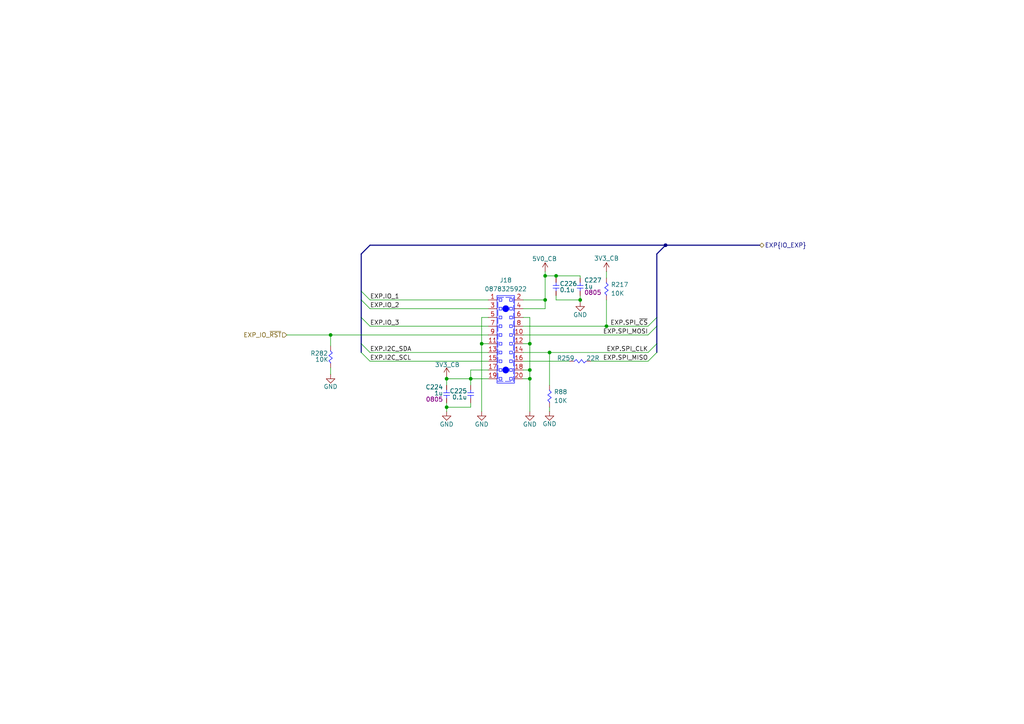
<source format=kicad_sch>
(kicad_sch (version 20250114) (generator "eeschema") (generator_version "9.0")
  (paper "A4")
  (title_block (title "RPI CMx Carrier") (date "2025-12-07") (rev "2.00-0A") (comment 1 "Jean-Francois Bilodeau") (comment 2 "P.Eng #6022173") (comment 3 "203-1690 Rue des quatre-saisons") (comment 4 "Sherbrooke, Canada, J1E0N2") (comment 5 "KiCad Rev 9.0") (comment 6 "Jean-Francois Bilodeau") (comment 7 "Not applicable") (comment 8 "Preliminary") (comment 9 "RPI_CMx_Carrier_2.00-0A_BOM"))
  (lib_symbols
    (symbol "KiCad_Pwr_Symbols:+3V3" (power) (pin_numbers (hide yes)) (pin_names (offset 0) (hide yes))
      (property "Value" "+3V3" (at 0 3.556 0))
      (symbol "+3V3_0_1"
        (polyline (pts (xy -0.762 1.27) (xy 0 2.54)))
        (polyline (pts (xy 0 2.54) (xy 0.762 1.27)))
        (polyline (pts (xy 0 0) (xy 0 2.54)))
      )
      (symbol "+3V3_1_1"
        (pin power_in line (at 0 0 90) (length 0) (name "~") (number "1"))
      )
    )
    (symbol "KiCad_Pwr_Symbols:GND" (power) (pin_numbers (hide yes)) (pin_names (offset 0) (hide yes))
      (property "Value" "GND" (at 0 -3.81 0))
      (symbol "GND_0_1"
        (polyline (pts (xy 0 0) (xy 0 -1.27) (xy 1.27 -1.27) (xy 0 -2.54) (xy -1.27 -1.27) (xy 0 -1.27)))
      )
      (symbol "GND_1_1"
        (pin power_in line (at 0 0 270) (length 0) (name "~") (number "1"))
      )
    )
    (symbol "KicadCompDb:Capacitors/CAP_CER_SMT_00001" (pin_numbers (hide yes)) (pin_names (offset 0) (hide yes))
      (property "Reference" "C" (at 2.54 1.651 0))
      (property "Value" "0.1u" (at 1.524 -1.524 0))
      (symbol "Capacitors/CAP_CER_SMT_00001_1_1"
        (polyline (pts (xy 2.159 0.889) (xy 2.159 -0.889)) (stroke (width 0) (color 0 0 255 1)))
        (polyline (pts (xy 2.159 0) (xy 1.27 0)) (stroke (width 0) (color 0 0 255 1)))
        (polyline (pts (xy 2.921 0.889) (xy 2.921 -0.889)) (stroke (width 0) (color 0 0 255 1)))
        (polyline (pts (xy 3.81 0) (xy 2.921 0)) (stroke (width 0) (color 0 0 255 1)))
        (pin passive line (at 0 0 0) (length 1.27) (name "") (number "1"))
        (pin passive line (at 5.08 0 180) (length 1.27) (name "") (number "2"))
      )
    )
    (symbol "KicadCompDb:Capacitors/CAP_CER_SMT_00002" (pin_numbers (hide yes)) (pin_names (offset 0) (hide yes))
      (property "Reference" "C" (at 2.54 1.651 0))
      (property "Value" "1u" (at 1.524 -1.524 0))
      (property "Package" "0805" (at 0 -16.256 0))
      (property "Voltage Rating" "50V" (at 0 0 0))
      (symbol "Capacitors/CAP_CER_SMT_00002_1_1"
        (polyline (pts (xy 2.159 0.889) (xy 2.159 -0.889)) (stroke (width 0) (color 0 0 255 1)))
        (polyline (pts (xy 2.159 0) (xy 1.27 0)) (stroke (width 0) (color 0 0 255 1)))
        (polyline (pts (xy 2.921 0.889) (xy 2.921 -0.889)) (stroke (width 0) (color 0 0 255 1)))
        (polyline (pts (xy 3.81 0) (xy 2.921 0)) (stroke (width 0) (color 0 0 255 1)))
        (pin passive line (at 0 0 0) (length 1.27) (name "") (number "1"))
        (pin passive line (at 5.08 0 180) (length 1.27) (name "") (number "2"))
      )
    )
    (symbol "KicadCompDb:Connector/CONN_00020" (pin_names (hide yes))
      (property "Reference" "J" (at 2.54 1.27 0))
      (property "Value" "0878325922" (at 0 0 0))
      (symbol "Connector/CONN_00020_0_1"
        (rectangle (start 0.254 -0.508) (end 4.826 -24.892) (stroke (width 0) (type dash) (color 0 0 255 1)))
        (rectangle (start 0.6192 -0.8732) (end 1.4129 -1.6669) (stroke (width 0) (color 0 0 255 1)))
        (rectangle (start 0.6192 -3.4132) (end 1.4129 -4.2069) (stroke (width 0) (color 0 0 255 1)))
        (rectangle (start 0.6192 -5.9532) (end 1.4129 -6.7469) (stroke (width 0) (color 0 0 255 1)))
        (rectangle (start 0.6192 -8.4932) (end 1.4129 -9.2869) (stroke (width 0) (color 0 0 255 1)))
        (rectangle (start 0.6192 -11.0332) (end 1.4129 -11.8269) (stroke (width 0) (color 0 0 255 1)))
        (rectangle (start 0.6192 -16.1132) (end 1.4129 -16.9069) (stroke (width 0) (color 0 0 255 1)))
        (rectangle (start 0.6192 -21.1932) (end 1.4129 -21.9869) (stroke (width 0) (color 0 0 255 1)))
        (rectangle (start 0.6192 -23.7332) (end 1.4129 -24.5269) (stroke (width 0) (color 0 0 255 1)))
        (rectangle (start 0.635 -13.589) (end 1.4287 -14.3827) (stroke (width 0) (color 0 0 255 1)))
        (rectangle (start 0.635 -18.669) (end 1.4287 -19.4627) (stroke (width 0) (color 0 0 255 1)))
        (circle (center 2.54 -3.81) (radius 0.898) (stroke (width 0) (color 0 0 255 1)) (fill (type outline)))
        (circle (center 2.54 -21.59) (radius 0.898) (stroke (width 0) (color 0 0 255 1)) (fill (type outline)))
        (rectangle (start 3.6672 -0.8732) (end 4.4609 -1.6669) (stroke (width 0) (color 0 0 255 1)))
        (rectangle (start 3.6672 -3.4132) (end 4.4609 -4.2069) (stroke (width 0) (color 0 0 255 1)))
        (rectangle (start 3.6672 -8.4932) (end 4.4609 -9.2869) (stroke (width 0) (color 0 0 255 1)))
        (rectangle (start 3.6672 -11.0332) (end 4.4609 -11.8269) (stroke (width 0) (color 0 0 255 1)))
        (rectangle (start 3.6672 -13.5732) (end 4.4609 -14.3669) (stroke (width 0) (color 0 0 255 1)))
        (rectangle (start 3.6672 -16.1132) (end 4.4609 -16.9069) (stroke (width 0) (color 0 0 255 1)))
        (rectangle (start 3.6672 -18.6532) (end 4.4609 -19.4469) (stroke (width 0) (color 0 0 255 1)))
        (rectangle (start 3.6672 -21.1932) (end 4.4609 -21.9869) (stroke (width 0) (color 0 0 255 1)))
        (rectangle (start 3.6672 -23.7332) (end 4.4609 -24.5269) (stroke (width 0) (color 0 0 255 1)))
        (rectangle (start 3.683 -5.969) (end 4.4767 -6.7627) (stroke (width 0) (color 0 0 255 1)))
      )
      (symbol "Connector/CONN_00020_1_1"
        (rectangle (start 0 0) (end 5.08 -25.4) (stroke (width 0) (color 0 0 255 1)))
        (pin passive line (at -2.54 -1.27 0) (length 2.54) (name "1") (number "1"))
        (pin passive line (at -2.54 -3.81 0) (length 2.54) (name "3") (number "3"))
        (pin passive line (at -2.54 -6.35 0) (length 2.54) (name "5") (number "5"))
        (pin passive line (at -2.54 -8.89 0) (length 2.54) (name "7") (number "7"))
        (pin passive line (at -2.54 -11.43 0) (length 2.54) (name "9") (number "9"))
        (pin passive line (at -2.54 -13.97 0) (length 2.54) (name "11") (number "11"))
        (pin passive line (at -2.54 -16.51 0) (length 2.54) (name "13") (number "13"))
        (pin passive line (at -2.54 -19.05 0) (length 2.54) (name "15") (number "15"))
        (pin passive line (at -2.54 -21.59 0) (length 2.54) (name "17") (number "17"))
        (pin passive line (at -2.54 -24.13 0) (length 2.54) (name "19") (number "19"))
        (pin passive line (at 7.62 -1.27 180) (length 2.54) (name "2") (number "2"))
        (pin passive line (at 7.62 -3.81 180) (length 2.54) (name "4") (number "4"))
        (pin passive line (at 7.62 -6.35 180) (length 2.54) (name "6") (number "6"))
        (pin passive line (at 7.62 -8.89 180) (length 2.54) (name "8") (number "8"))
        (pin passive line (at 7.62 -11.43 180) (length 2.54) (name "10") (number "10"))
        (pin passive line (at 7.62 -13.97 180) (length 2.54) (name "12") (number "12"))
        (pin passive line (at 7.62 -16.51 180) (length 2.54) (name "14") (number "14"))
        (pin passive line (at 7.62 -19.05 180) (length 2.54) (name "16") (number "16"))
        (pin passive line (at 7.62 -21.59 180) (length 2.54) (name "18") (number "18"))
        (pin passive line (at 7.62 -24.13 180) (length 2.54) (name "20") (number "20"))
      )
    )
    (symbol "KicadCompDb:Resistors/RES_SMT_00013" (pin_numbers (hide yes)) (pin_names (offset 0) (hide yes))
      (property "Reference" "R" (at 1.524 1.524 0))
      (property "Value" "10K" (at 1.524 -1.524 0))
      (symbol "Resistors/RES_SMT_00013_1_1"
        (polyline (pts (xy 0.254 0) (xy 0 0)) (stroke (width 0) (color 0 0 255 1)))
        (polyline (pts (xy 0.254 0) (xy 0.762 0.508) (xy 1.524 -0.508) (xy 2.286 0.508) (xy 3.048 -0.508) (xy 3.556 0)) (stroke (width 0) (color 0 0 255 1)))
        (polyline (pts (xy 3.81 0) (xy 3.556 0)) (stroke (width 0) (color 0 0 255 1)))
        (pin passive line (at -1.27 0 0) (length 1.27) (name "") (number "1"))
        (pin passive line (at 5.08 0 180) (length 1.27) (name "") (number "2"))
      )
    )
    (symbol "KicadCompDb:Resistors/RES_SMT_00015" (pin_numbers (hide yes)) (pin_names (offset 0) (hide yes))
      (property "Reference" "R" (at 1.524 1.524 0))
      (property "Value" "22R" (at 1.524 -1.524 0))
      (symbol "Resistors/RES_SMT_00015_1_1"
        (polyline (pts (xy 0.254 0) (xy 0 0)) (stroke (width 0) (color 0 0 255 1)))
        (polyline (pts (xy 0.254 0) (xy 0.762 0.508) (xy 1.524 -0.508) (xy 2.286 0.508) (xy 3.048 -0.508) (xy 3.556 0)) (stroke (width 0) (color 0 0 255 1)))
        (polyline (pts (xy 3.81 0) (xy 3.556 0)) (stroke (width 0) (color 0 0 255 1)))
        (pin passive line (at -1.27 0 0) (length 1.27) (name "") (number "1"))
        (pin passive line (at 5.08 0 180) (length 1.27) (name "") (number "2"))
      )
    )
  )
  (junction (at 158.115 80.01))
  (junction (at 159.385 102.235))
  (junction (at 153.67 109.855))
  (junction (at 193.04 71.12))
  (junction (at 139.7 99.695))
  (junction (at 129.54 118.11))
  (junction (at 153.67 107.315))
  (junction (at 95.885 97.155))
  (junction (at 129.54 109.855))
  (junction (at 158.115 86.995))
  (junction (at 136.525 109.855))
  (junction (at 168.275 86.995))
  (junction (at 161.29 80.01))
  (junction (at 175.895 94.615))
  (junction (at 153.67 99.695))
  (bus_entry (at 190.5 92.075) (size -2.54 2.54))
  (bus_entry (at 190.5 99.695) (size -2.54 2.54))
  (bus_entry (at 104.775 84.455) (size 2.54 2.54))
  (bus_entry (at 190.5 94.615) (size -2.54 2.54))
  (bus_entry (at 104.775 92.075) (size 2.54 2.54))
  (bus_entry (at 190.5 102.235) (size -2.54 2.54))
  (bus_entry (at 104.775 86.995) (size 2.54 2.54))
  (bus_entry (at 104.775 99.695) (size 2.54 2.54))
  (bus_entry (at 104.775 102.235) (size 2.54 2.54))
  (wire (pts (xy 136.525 107.315) (xy 141.605 107.315)))
  (wire (pts (xy 158.115 80.01) (xy 158.115 78.74)))
  (bus (pts (xy 104.775 92.075) (xy 104.775 99.695)))
  (wire (pts (xy 151.765 97.155) (xy 187.96 97.155)))
  (wire (pts (xy 107.315 104.775) (xy 141.605 104.775)))
  (bus (pts (xy 190.5 99.695) (xy 190.5 102.235)))
  (wire (pts (xy 129.54 116.84) (xy 129.54 118.11)))
  (wire (pts (xy 175.895 86.995) (xy 175.895 94.615)))
  (bus (pts (xy 104.775 73.66) (xy 104.775 84.455)))
  (bus (pts (xy 107.315 71.12) (xy 193.04 71.12)))
  (wire (pts (xy 95.885 106.68) (xy 95.885 108.585)))
  (wire (pts (xy 129.54 118.11) (xy 129.54 119.38)))
  (wire (pts (xy 95.885 97.155) (xy 141.605 97.155)))
  (wire (pts (xy 139.7 92.075) (xy 141.605 92.075)))
  (bus (pts (xy 104.775 86.995) (xy 104.775 92.075)))
  (wire (pts (xy 129.54 109.22) (xy 129.54 109.855)))
  (wire (pts (xy 171.45 104.775) (xy 187.96 104.775)))
  (wire (pts (xy 153.67 92.075) (xy 151.765 92.075)))
  (wire (pts (xy 161.29 80.01) (xy 161.29 80.645)))
  (wire (pts (xy 158.115 86.995) (xy 158.115 89.535)))
  (bus (pts (xy 193.04 71.12) (xy 220.345 71.12)))
  (wire (pts (xy 136.525 109.855) (xy 136.525 111.76)))
  (wire (pts (xy 129.54 109.855) (xy 129.54 111.76)))
  (wire (pts (xy 151.765 102.235) (xy 159.385 102.235)))
  (bus (pts (xy 104.775 99.695) (xy 104.775 102.235)))
  (wire (pts (xy 136.525 107.315) (xy 136.525 109.855)))
  (wire (pts (xy 168.275 86.995) (xy 168.275 87.63)))
  (wire (pts (xy 153.67 107.315) (xy 151.765 107.315)))
  (wire (pts (xy 151.765 109.855) (xy 153.67 109.855)))
  (bus (pts (xy 104.775 84.455) (xy 104.775 86.995)))
  (wire (pts (xy 151.765 86.995) (xy 158.115 86.995)))
  (wire (pts (xy 168.275 85.725) (xy 168.275 86.995)))
  (wire (pts (xy 107.315 102.235) (xy 141.605 102.235)))
  (wire (pts (xy 175.895 78.74) (xy 175.895 80.645)))
  (wire (pts (xy 153.67 109.855) (xy 153.67 119.38)))
  (wire (pts (xy 168.275 80.01) (xy 168.275 80.645)))
  (wire (pts (xy 159.385 102.235) (xy 187.96 102.235)))
  (wire (pts (xy 153.67 92.075) (xy 153.67 99.695)))
  (bus (pts (xy 107.315 71.12) (xy 104.775 73.66)))
  (wire (pts (xy 158.115 80.01) (xy 161.29 80.01)))
  (wire (pts (xy 161.29 85.725) (xy 161.29 86.995)))
  (wire (pts (xy 159.385 118.11) (xy 159.385 119.38)))
  (wire (pts (xy 151.765 94.615) (xy 175.895 94.615)))
  (wire (pts (xy 153.67 99.695) (xy 151.765 99.695)))
  (wire (pts (xy 107.315 89.535) (xy 141.605 89.535)))
  (wire (pts (xy 161.29 80.01) (xy 168.275 80.01)))
  (wire (pts (xy 107.315 86.995) (xy 141.605 86.995)))
  (wire (pts (xy 168.275 86.995) (xy 161.29 86.995)))
  (wire (pts (xy 95.885 97.155) (xy 95.885 100.33)))
  (wire (pts (xy 136.525 116.84) (xy 136.525 118.11)))
  (wire (pts (xy 151.765 104.775) (xy 165.1 104.775)))
  (wire (pts (xy 129.54 118.11) (xy 136.525 118.11)))
  (wire (pts (xy 175.895 94.615) (xy 187.96 94.615)))
  (wire (pts (xy 139.7 99.695) (xy 139.7 119.38)))
  (wire (pts (xy 136.525 109.855) (xy 141.605 109.855)))
  (bus (pts (xy 190.5 92.075) (xy 190.5 94.615)))
  (bus (pts (xy 190.5 94.615) (xy 190.5 99.695)))
  (wire (pts (xy 139.7 92.075) (xy 139.7 99.695)))
  (wire (pts (xy 153.67 107.315) (xy 153.67 109.855)))
  (wire (pts (xy 95.885 97.155) (xy 83.185 97.155)))
  (wire (pts (xy 159.385 102.235) (xy 159.385 111.76)))
  (wire (pts (xy 139.7 99.695) (xy 141.605 99.695)))
  (wire (pts (xy 107.315 94.615) (xy 141.605 94.615)))
  (bus (pts (xy 190.5 73.66) (xy 190.5 92.075)))
  (wire (pts (xy 151.765 89.535) (xy 158.115 89.535)))
  (wire (pts (xy 153.67 99.695) (xy 153.67 107.315)))
  (wire (pts (xy 129.54 109.855) (xy 136.525 109.855)))
  (wire (pts (xy 158.115 80.01) (xy 158.115 86.995)))
  (bus (pts (xy 193.04 71.12) (xy 190.5 73.66)))
  (label "EXP.SPI_CLK" (at 187.96 102.235 180))
  (label "EXP.I2C_SCL" (at 107.315 104.775 0))
  (label "EXP.I2C_SDA" (at 107.315 102.235 0))
  (label "EXP.SPI_MISO" (at 187.96 104.775 180))
  (label "EXP.IO_1" (at 107.315 86.995 0))
  (label "EXP.IO_3" (at 107.315 94.615 0))
  (label "EXP.IO_2" (at 107.315 89.535 0))
  (label "EXP.SPI_MOSI" (at 187.96 97.155 180))
  (label "EXP.SPI_~{CS}" (at 187.96 94.615 180))
  (hierarchical_label "EXP{IO_EXP}" (shape bidirectional) (at 220.345 71.12 0))
  (hierarchical_label "EXP_IO_~{RST}" (shape input) (at 83.185 97.155 180))
  (symbol (lib_id "KicadCompDb:Capacitors/CAP_CER_SMT_00002") (at 129.54 116.84 270) (mirror x) (unit 1)
    (property "Reference" "C224" (at 128.524 112.268 90) (effects (justify right)))
    (property "Value" "1u" (at 128.524 114.046 90) (effects (justify right)))
    (property "Footprint" "footprint:CAP_NONPOL_0805" (effects (hide yes)))
    (property "Datasheet" "https://www.yageogroup.com/content/datasheet/asset/file/UPY-GPHC_X7R_6_3V-TO-250V" (effects (hide yes)))
    (property "Description" "CAP CER 1UF 50V X7R 0805" (effects (hide yes)))
    (property "Tolerance" "±10%" (effects (hide yes)))
    (property "Dielectric" "X7R" (effects (hide yes)))
    (property "Package" "0805" (at 128.524 115.824 90) (effects (justify right)))
    (property "Operating Temperature" "-55°C ~ 125°C" (effects (hide yes)))
    (property "Voltage Rating" "50V" (effects (hide yes)))
    (property "Manufacturer" "YAGEO" (effects (hide yes)))
    (property "Manufacturer Part Number" "CC0805KKX7R9BB105" (effects (hide yes)))
    (property "Distributor" "DigiKey" (effects (hide yes)))
    (property "Distributor Part Number" "311-1886-1-ND" (effects (hide yes)))
    (property "Type" "CER SMT" (effects (hide yes)))
    (property "Dimensions" "2.00mm x 1.25mm" (effects (hide yes)))
  )
  (symbol (lib_id "KiCad_Pwr_Symbols:+3V3") (at 175.895 78.74 0) (unit 1)
    (property "Reference" "#PWR086" (effects (hide yes)))
    (property "Value" "3V3_CB" (at 175.895 74.93 0))
    (property "Description" "Power symbol creates a global label with name \"+3V3\"" (effects (hide yes)))
  )
  (symbol (lib_id "KicadCompDb:Resistors/RES_SMT_00013") (at 159.385 116.84 90) (unit 1)
    (property "Reference" "R88" (at 160.655 113.6649 90) (effects (justify right)))
    (property "Value" "10K" (at 160.655 116.2049 90) (effects (justify right)))
    (property "Footprint" "footprint:RES_0402" (effects (hide yes)))
    (property "Datasheet" "https://www.yageogroup.com/content/datasheet/asset/file/PYU-RC_GROUP_51_ROHS_L" (effects (hide yes)))
    (property "Description" "RES 10K OHM 1% 1/16W 0402" (effects (hide yes)))
    (property "Tolerance" "1%" (effects (hide yes)))
    (property "Power" "1/16W" (effects (hide yes)))
    (property "Package" "0402" (effects (hide yes)))
    (property "Manufacturer" "YAGEO" (effects (hide yes)))
    (property "Manufacturer Part Number" "RC0402FR-0710KL" (effects (hide yes)))
    (property "Distributor" "DigiKey" (effects (hide yes)))
    (property "Distributor Part Number" "311-10.0KLRCT-ND" (effects (hide yes)))
    (property "Temperature Coefficient" "±100ppm/°C" (effects (hide yes)))
    (property "Operating Temperature" "-55°C ~ 155°C" (effects (hide yes)))
    (property "Type" "RES SMT" (effects (hide yes)))
    (property "Dimensions" "1.00mm x 0.50mm" (effects (hide yes)))
  )
  (symbol (lib_id "KiCad_Pwr_Symbols:GND") (at 139.7 119.38 0) (unit 1)
    (property "Reference" "#PWR0120" (effects (hide yes)))
    (property "Value" "GND" (at 139.7 123.063 0))
    (property "Description" "Power symbol creates a global label with name \"GND\" , ground" (effects (hide yes)))
  )
  (symbol (lib_id "KicadCompDb:Capacitors/CAP_CER_SMT_00001") (at 136.525 116.84 270) (mirror x) (unit 1)
    (property "Reference" "C225" (at 135.509 113.411 90) (effects (justify right)))
    (property "Value" "0.1u" (at 135.509 115.189 90) (effects (justify right)))
    (property "Footprint" "footprint:CAP_NONPOL_0402" (effects (hide yes)))
    (property "Datasheet" "https://search.murata.co.jp/Ceramy/image/img/A01X/G101/ENG/GRM155R71H104KE14-01.pdf" (effects (hide yes)))
    (property "Description" "CAP CER 0.1UF 50V X7R 0402" (effects (hide yes)))
    (property "Tolerance" "±10%" (effects (hide yes)))
    (property "Dielectric" "X7R" (effects (hide yes)))
    (property "Package" "0402" (effects (hide yes)))
    (property "Operating Temperature" "-55°C ~ 125°C" (effects (hide yes)))
    (property "Voltage Rating" "50V" (effects (hide yes)))
    (property "Manufacturer" "Murata Electronics" (effects (hide yes)))
    (property "Manufacturer Part Number" "GRM155R71H104KE14D" (effects (hide yes)))
    (property "Distributor" "DigiKey" (effects (hide yes)))
    (property "Distributor Part Number" "490-10700-1-ND" (effects (hide yes)))
    (property "Type" "CER SMT" (effects (hide yes)))
    (property "Dimensions" "1.00mm x 0.50mm" (effects (hide yes)))
  )
  (symbol (lib_id "KicadCompDb:Resistors/RES_SMT_00013") (at 95.885 101.6 270) (unit 1)
    (property "Reference" "R282" (at 92.583 102.489 90))
    (property "Value" "10K" (at 93.345 104.267 90))
    (property "Footprint" "footprint:RES_0402" (effects (hide yes)))
    (property "Datasheet" "https://www.yageogroup.com/content/datasheet/asset/file/PYU-RC_GROUP_51_ROHS_L" (effects (hide yes)))
    (property "Description" "RES 10K OHM 1% 1/16W 0402" (effects (hide yes)))
    (property "Tolerance" "1%" (effects (hide yes)))
    (property "Power" "1/16W" (effects (hide yes)))
    (property "Package" "0402" (effects (hide yes)))
    (property "Manufacturer" "YAGEO" (effects (hide yes)))
    (property "Manufacturer Part Number" "RC0402FR-0710KL" (effects (hide yes)))
    (property "Distributor" "DigiKey" (effects (hide yes)))
    (property "Distributor Part Number" "311-10.0KLRCT-ND" (effects (hide yes)))
    (property "Temperature Coefficient" "±100ppm/°C" (effects (hide yes)))
    (property "Operating Temperature" "-55°C ~ 155°C" (effects (hide yes)))
    (property "Type" "RES SMT" (effects (hide yes)))
    (property "Dimensions" "1.00mm x 0.50mm" (effects (hide yes)))
  )
  (symbol (lib_id "KiCad_Pwr_Symbols:GND") (at 95.885 108.585 0) (unit 1)
    (property "Reference" "#PWR0375" (effects (hide yes)))
    (property "Value" "GND" (at 95.885 112.141 0))
    (property "Description" "Power symbol creates a global label with name \"GND\" , ground" (effects (hide yes)))
  )
  (symbol (lib_id "KicadCompDb:Capacitors/CAP_CER_SMT_00002") (at 168.275 85.725 90) (unit 1)
    (property "Reference" "C227" (at 169.418 81.28 90) (effects (justify right)))
    (property "Value" "1u" (at 169.418 83.058 90) (effects (justify right)))
    (property "Footprint" "footprint:CAP_NONPOL_0805" (effects (hide yes)))
    (property "Datasheet" "https://www.yageogroup.com/content/datasheet/asset/file/UPY-GPHC_X7R_6_3V-TO-250V" (effects (hide yes)))
    (property "Description" "CAP CER 1UF 50V X7R 0805" (effects (hide yes)))
    (property "Tolerance" "±10%" (effects (hide yes)))
    (property "Dielectric" "X7R" (effects (hide yes)))
    (property "Package" "0805" (at 169.418 84.836 90) (effects (justify right)))
    (property "Operating Temperature" "-55°C ~ 125°C" (effects (hide yes)))
    (property "Voltage Rating" "50V" (effects (hide yes)))
    (property "Manufacturer" "YAGEO" (effects (hide yes)))
    (property "Manufacturer Part Number" "CC0805KKX7R9BB105" (effects (hide yes)))
    (property "Distributor" "DigiKey" (effects (hide yes)))
    (property "Distributor Part Number" "311-1886-1-ND" (effects (hide yes)))
    (property "Type" "CER SMT" (effects (hide yes)))
    (property "Dimensions" "2.00mm x 1.25mm" (effects (hide yes)))
  )
  (symbol (lib_id "KiCad_Pwr_Symbols:+3V3") (at 129.54 109.22 0) (unit 1)
    (property "Reference" "#PWR0369" (effects (hide yes)))
    (property "Value" "3V3_CB" (at 126.111 105.791 0) (effects (justify left)))
    (property "Description" "Power symbol creates a global label with name \"+3V3\"" (effects (hide yes)))
  )
  (symbol (lib_id "KicadCompDb:Resistors/RES_SMT_00015") (at 170.18 104.775 180) (unit 1)
    (property "Reference" "R259" (at 164.084 103.886 0))
    (property "Value" "22R" (at 171.958 103.886 0))
    (property "Footprint" "footprint:RES_0402" (effects (hide yes)))
    (property "Datasheet" "https://www.yageogroup.com/content/datasheet/asset/file/PYU-RC_GROUP_51_ROHS_L" (effects (hide yes)))
    (property "Description" "RES 22 OHM 1% 1/16W 0402" (effects (hide yes)))
    (property "Tolerance" "1%" (effects (hide yes)))
    (property "Power" "1/16W" (effects (hide yes)))
    (property "Package" "0402" (effects (hide yes)))
    (property "Manufacturer" "YAGEO" (effects (hide yes)))
    (property "Manufacturer Part Number" "RC0402FR-0722RL" (effects (hide yes)))
    (property "Distributor" "DigiKey" (effects (hide yes)))
    (property "Distributor Part Number" "311-22.0LRCT-ND" (effects (hide yes)))
    (property "Temperature Coefficient" "±100ppm/°C" (effects (hide yes)))
    (property "Operating Temperature" "-55°C ~ 155°C" (effects (hide yes)))
    (property "Type" "RES SMT" (effects (hide yes)))
    (property "Dimensions" "1.00mm x 0.50mm" (effects (hide yes)))
  )
  (symbol (lib_id "KiCad_Pwr_Symbols:GND") (at 159.385 119.38 0) (unit 1)
    (property "Reference" "#PWR079" (effects (hide yes)))
    (property "Value" "GND" (at 159.385 122.936 0))
    (property "Description" "Power symbol creates a global label with name \"GND\" , ground" (effects (hide yes)))
  )
  (symbol (lib_id "KiCad_Pwr_Symbols:GND") (at 153.67 119.38 0) (unit 1)
    (property "Reference" "#PWR0371" (effects (hide yes)))
    (property "Value" "GND" (at 153.67 123.063 0))
    (property "Description" "Power symbol creates a global label with name \"GND\" , ground" (effects (hide yes)))
  )
  (symbol (lib_id "KiCad_Pwr_Symbols:+3V3") (at 158.115 78.74 0) (mirror y) (unit 1)
    (property "Reference" "#PWR0372" (effects (hide yes)))
    (property "Value" "5V0_CB" (at 161.544 75.057 0) (effects (justify left)))
    (property "Description" "Power symbol creates a global label with name \"+3V3\"" (effects (hide yes)))
  )
  (symbol (lib_id "KiCad_Pwr_Symbols:GND") (at 168.275 87.63 0) (mirror y) (unit 1)
    (property "Reference" "#PWR0374" (effects (hide yes)))
    (property "Value" "GND" (at 168.275 91.313 0))
    (property "Description" "Power symbol creates a global label with name \"GND\" , ground" (effects (hide yes)))
  )
  (symbol (lib_id "KicadCompDb:Resistors/RES_SMT_00013") (at 175.895 85.725 90) (unit 1)
    (property "Reference" "R217" (at 177.165 82.5499 90) (effects (justify right)))
    (property "Value" "10K" (at 177.165 85.0899 90) (effects (justify right)))
    (property "Footprint" "footprint:RES_0402" (effects (hide yes)))
    (property "Datasheet" "https://www.yageogroup.com/content/datasheet/asset/file/PYU-RC_GROUP_51_ROHS_L" (effects (hide yes)))
    (property "Description" "RES 10K OHM 1% 1/16W 0402" (effects (hide yes)))
    (property "Tolerance" "1%" (effects (hide yes)))
    (property "Power" "1/16W" (effects (hide yes)))
    (property "Package" "0402" (effects (hide yes)))
    (property "Manufacturer" "YAGEO" (effects (hide yes)))
    (property "Manufacturer Part Number" "RC0402FR-0710KL" (effects (hide yes)))
    (property "Distributor" "DigiKey" (effects (hide yes)))
    (property "Distributor Part Number" "311-10.0KLRCT-ND" (effects (hide yes)))
    (property "Temperature Coefficient" "±100ppm/°C" (effects (hide yes)))
    (property "Operating Temperature" "-55°C ~ 155°C" (effects (hide yes)))
    (property "Type" "RES SMT" (effects (hide yes)))
    (property "Dimensions" "1.00mm x 0.50mm" (effects (hide yes)))
  )
  (symbol (lib_id "KiCad_Pwr_Symbols:GND") (at 129.54 119.38 0) (mirror y) (unit 1)
    (property "Reference" "#PWR0370" (effects (hide yes)))
    (property "Value" "GND" (at 129.54 123.063 0))
    (property "Description" "Power symbol creates a global label with name \"GND\" , ground" (effects (hide yes)))
  )
  (symbol (lib_id "KicadCompDb:Connector/CONN_00020") (at 144.145 85.725 0) (unit 1)
    (property "Reference" "J18" (at 146.685 81.28 0))
    (property "Value" "0878325922" (at 146.685 83.82 0))
    (property "Footprint" "footprint:0878325922" (effects (hide yes)))
    (property "Datasheet" "https://www.molex.com/content/dam/molex/molex-dot-com/products/automated/en-us/productspecificationpdf/878/87831/PS-87831-027-001.pdf?inline" (effects (hide yes)))
    (property "Description" "CONN HEADER SMD 20POS 2MM" (effects (hide yes)))
    (property "Type" "HEADER" (effects (hide yes)))
    (property "Gender" "MALE" (effects (hide yes)))
    (property "Pitch" "2.0mm" (effects (hide yes)))
    (property "Positions" "20" (effects (hide yes)))
    (property "Rows" "2" (effects (hide yes)))
    (property "Shrouding" "SHROUDED" (effects (hide yes)))
    (property "Mounting Type" "SMT" (effects (hide yes)))
    (property "Termination" "SOLDER" (effects (hide yes)))
    (property "Contact Length (Total)" "7.60mm" (effects (hide yes)))
    (property "Contact Material" "Phosphor Bronze" (effects (hide yes)))
    (property "Contact Finish" "Gold" (effects (hide yes)))
    (property "Current Rating" "2A" (effects (hide yes)))
    (property "Voltage Rating" "125V" (effects (hide yes)))
    (property "Operating Temperature" "-55°C ~ 105°C" (effects (hide yes)))
    (property "Dimensions" "22.65mm x 6.30mm x 7.60mm" (effects (hide yes)))
    (property "Manufacturer" "Molex" (effects (hide yes)))
    (property "Manufacturer Part Number" "0878325922" (effects (hide yes)))
    (property "Distributor" "DigiKey" (effects (hide yes)))
    (property "Distributor Part Number" "WM3595CT-ND" (effects (hide yes)))
  )
  (symbol (lib_id "KicadCompDb:Capacitors/CAP_CER_SMT_00001") (at 161.29 85.725 90) (unit 1)
    (property "Reference" "C226" (at 162.306 82.296 90) (effects (justify right)))
    (property "Value" "0.1u" (at 162.306 84.074 90) (effects (justify right)))
    (property "Footprint" "footprint:CAP_NONPOL_0402" (effects (hide yes)))
    (property "Datasheet" "https://search.murata.co.jp/Ceramy/image/img/A01X/G101/ENG/GRM155R71H104KE14-01.pdf" (effects (hide yes)))
    (property "Description" "CAP CER 0.1UF 50V X7R 0402" (effects (hide yes)))
    (property "Tolerance" "±10%" (effects (hide yes)))
    (property "Dielectric" "X7R" (effects (hide yes)))
    (property "Package" "0402" (effects (hide yes)))
    (property "Operating Temperature" "-55°C ~ 125°C" (effects (hide yes)))
    (property "Voltage Rating" "50V" (effects (hide yes)))
    (property "Manufacturer" "Murata Electronics" (effects (hide yes)))
    (property "Manufacturer Part Number" "GRM155R71H104KE14D" (effects (hide yes)))
    (property "Distributor" "DigiKey" (effects (hide yes)))
    (property "Distributor Part Number" "490-10700-1-ND" (effects (hide yes)))
    (property "Type" "CER SMT" (effects (hide yes)))
    (property "Dimensions" "1.00mm x 0.50mm" (effects (hide yes)))
  )
)
</source>
